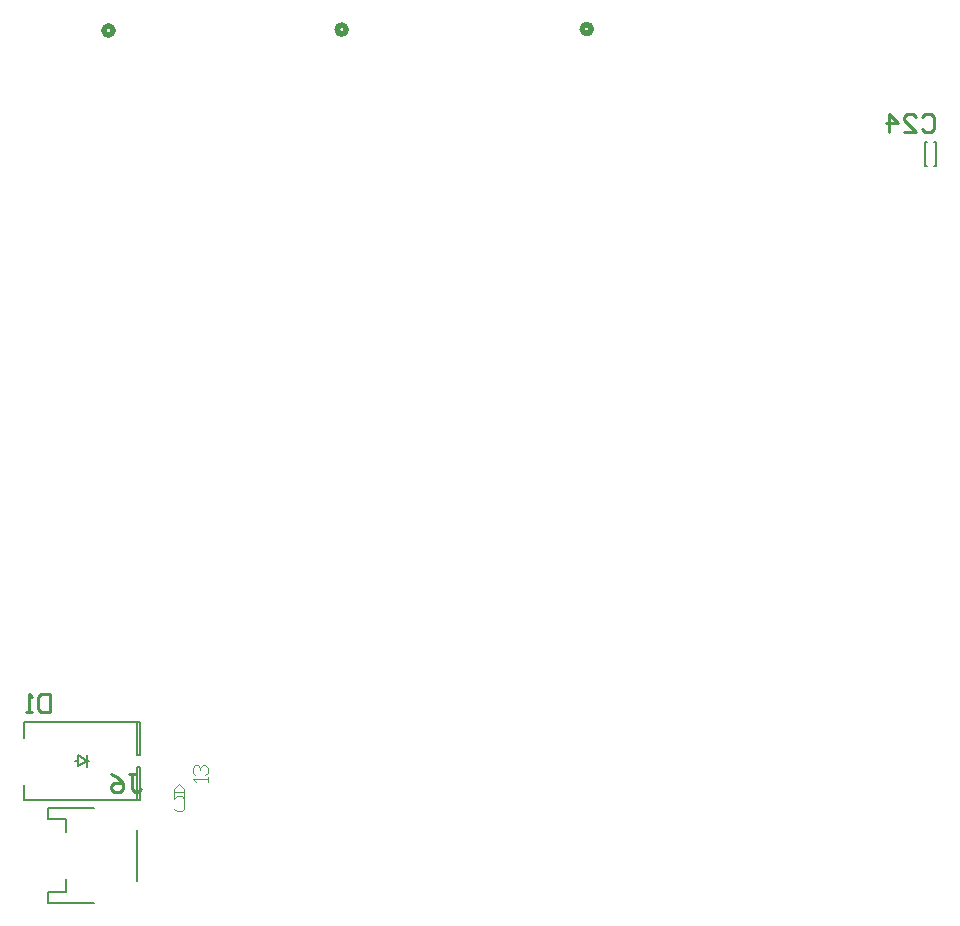
<source format=gbr>
G04*
G04 #@! TF.GenerationSoftware,Altium Limited,Altium Designer,24.4.1 (13)*
G04*
G04 Layer_Color=32896*
%FSLAX44Y44*%
%MOMM*%
G71*
G04*
G04 #@! TF.SameCoordinates,85F95AA7-1CD2-4A53-B858-D1680FFA15A6*
G04*
G04*
G04 #@! TF.FilePolarity,Positive*
G04*
G01*
G75*
%ADD10C,0.5080*%
%ADD12C,0.2000*%
%ADD14C,0.1500*%
%ADD16C,0.0762*%
%ADD17C,0.2540*%
D10*
X76750Y747500D02*
G03*
X76750Y747500I-3810J0D01*
G01*
X481750Y748698D02*
G03*
X481750Y748698I-3810J0D01*
G01*
X274250Y748250D02*
G03*
X274250Y748250I-3810J0D01*
G01*
D12*
X44500Y128750D02*
X47500D01*
X54500D02*
X56500D01*
X47500Y124750D02*
Y133750D01*
X54500Y128750D01*
X47500Y124750D02*
X54500Y128750D01*
Y123750D02*
Y133750D01*
X99500Y95750D02*
Y123750D01*
X97500D02*
X99500D01*
X97500Y95750D02*
Y123750D01*
Y133750D02*
Y161750D01*
Y133750D02*
X99500D01*
Y161750D01*
X1500Y148500D02*
Y161750D01*
Y95750D02*
Y109000D01*
Y161750D02*
X99500D01*
X1500Y95750D02*
X99500D01*
X21750Y89000D02*
X60750D01*
X21750Y80000D02*
Y89000D01*
Y80000D02*
X36750D01*
Y69000D02*
Y80000D01*
X21750Y9000D02*
X60750D01*
X21750D02*
Y18000D01*
X36750D01*
Y29000D01*
X96750Y27000D02*
Y71000D01*
D14*
X772000Y632750D02*
X774000D01*
Y652750D01*
X772000D02*
X774000D01*
X764000D02*
X766000D01*
X764000Y632750D02*
Y652750D01*
Y632750D02*
X766000D01*
D16*
X137000Y96750D02*
Y105214D01*
X132768Y109446D01*
X128536Y105214D01*
Y96750D01*
Y103098D01*
X137000D01*
X128536Y97080D02*
X130652Y99196D01*
X134884D01*
X137000Y97080D01*
Y88616D01*
X134884Y86500D01*
X130652D01*
X128536Y88616D01*
X157250Y111250D02*
Y115482D01*
Y113366D01*
X144554D01*
X146670Y111250D01*
X154750Y117050D02*
X156866Y119166D01*
Y123398D01*
X154750Y125514D01*
X152634D01*
X150518Y123398D01*
Y121282D01*
Y123398D01*
X148402Y125514D01*
X146286D01*
X144170Y123398D01*
Y119166D01*
X146286Y117050D01*
D17*
X90173Y117851D02*
X95252D01*
X92712D01*
Y105155D01*
X95252Y102616D01*
X97791D01*
X100330Y105155D01*
X74938Y117851D02*
X80017Y115312D01*
X85095Y110233D01*
Y105155D01*
X82556Y102616D01*
X77477D01*
X74938Y105155D01*
Y107694D01*
X77477Y110233D01*
X85095D01*
X23368Y185923D02*
Y170688D01*
X15750D01*
X13211Y173227D01*
Y183384D01*
X15750Y185923D01*
X23368D01*
X8133Y170688D02*
X3055D01*
X5594D01*
Y185923D01*
X8133Y183384D01*
X762003Y673858D02*
X764542Y676397D01*
X769621D01*
X772160Y673858D01*
Y663701D01*
X769621Y661162D01*
X764542D01*
X762003Y663701D01*
X746768Y661162D02*
X756925D01*
X746768Y671319D01*
Y673858D01*
X749307Y676397D01*
X754386D01*
X756925Y673858D01*
X734072Y661162D02*
Y676397D01*
X741690Y668780D01*
X731533D01*
M02*

</source>
